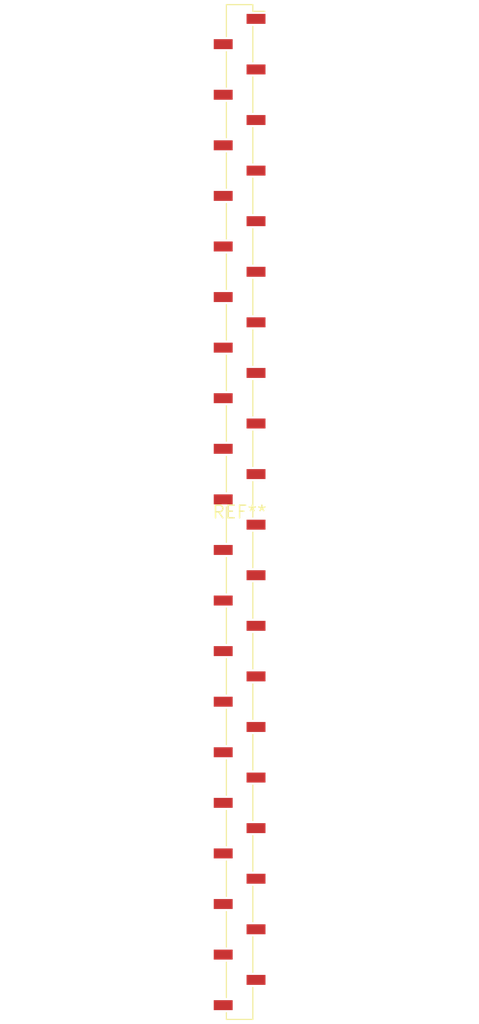
<source format=kicad_pcb>
(kicad_pcb (version 20240108) (generator pcbnew)
  (layers (0 "F.Cu" signal) (31 "B.Cu" signal) (34 "B.Paste" user) (35 "F.Paste" user) (36 "B.SilkS" user "B.Silkscreen") (37 "F.SilkS" user "F.Silkscreen") (38 "B.Mask" user) (39 "F.Mask" user) (44 "Edge.Cuts" user))
  (net 0 "")
  (footprint "PinSocket_1x40_P2.54mm_Vertical_SMD_Pin1Right" (layer "F.Cu") (at 0 0)
    (property "Reference" "REF**")
    (property "Value" "PinSocket_1x40_P2.54mm_Vertical_SMD_Pin1Right")
    (fp_line (start -1.33 -50.96) (end -1.33 -47.75) (layer "F.SilkS") (stroke (width 0.12)))
    (fp_line (start -1.33 -50.96) (end 1.33 -50.96) (layer "F.SilkS") (stroke (width 0.12)))
    (fp_line (start -1.33 -46.23) (end -1.33 -42.67) (layer "F.SilkS") (stroke (width 0.12)))
    (fp_line (start -1.33 -41.15) (end -1.33 -37.59) (layer "F.SilkS") (stroke (width 0.12)))
    (fp_line (start -1.33 -36.07) (end -1.33 -32.51) (layer "F.SilkS") (stroke (width 0.12)))
    (fp_line (start -1.33 -30.99) (end -1.33 -27.43) (layer "F.SilkS") (stroke (width 0.12)))
    (fp_line (start -1.33 -25.91) (end -1.33 -22.35) (layer "F.SilkS") (stroke (width 0.12)))
    (fp_line (start -1.33 -20.83) (end -1.33 -17.27) (layer "F.SilkS") (stroke (width 0.12)))
    (fp_line (start -1.33 -15.75) (end -1.33 -12.19) (layer "F.SilkS") (stroke (width 0.12)))
    (fp_line (start -1.33 -10.67) (end -1.33 -7.11) (layer "F.SilkS") (stroke (width 0.12)))
    (fp_line (start -1.33 -5.59) (end -1.33 -2.03) (layer "F.SilkS") (stroke (width 0.12)))
    (fp_line (start -1.33 -0.51) (end -1.33 3.05) (layer "F.SilkS") (stroke (width 0.12)))
    (fp_line (start -1.33 4.57) (end -1.33 8.13) (layer "F.SilkS") (stroke (width 0.12)))
    (fp_line (start -1.33 9.65) (end -1.33 13.21) (layer "F.SilkS") (stroke (width 0.12)))
    (fp_line (start -1.33 14.73) (end -1.33 18.29) (layer "F.SilkS") (stroke (width 0.12)))
    (fp_line (start -1.33 19.81) (end -1.33 23.37) (layer "F.SilkS") (stroke (width 0.12)))
    (fp_line (start -1.33 24.89) (end -1.33 28.45) (layer "F.SilkS") (stroke (width 0.12)))
    (fp_line (start -1.33 29.97) (end -1.33 33.53) (layer "F.SilkS") (stroke (width 0.12)))
    (fp_line (start -1.33 35.05) (end -1.33 38.61) (layer "F.SilkS") (stroke (width 0.12)))
    (fp_line (start -1.33 40.13) (end -1.33 43.69) (layer "F.SilkS") (stroke (width 0.12)))
    (fp_line (start -1.33 45.21) (end -1.33 48.77) (layer "F.SilkS") (stroke (width 0.12)))
    (fp_line (start -1.33 50.29) (end -1.33 50.96) (layer "F.SilkS") (stroke (width 0.12)))
    (fp_line (start -1.33 50.96) (end 1.33 50.96) (layer "F.SilkS") (stroke (width 0.12)))
    (fp_line (start 1.33 -50.96) (end 1.33 -50.29) (layer "F.SilkS") (stroke (width 0.12)))
    (fp_line (start 1.33 -50.29) (end 2.54 -50.29) (layer "F.SilkS") (stroke (width 0.12)))
    (fp_line (start 1.33 -48.77) (end 1.33 -45.21) (layer "F.SilkS") (stroke (width 0.12)))
    (fp_line (start 1.33 -43.69) (end 1.33 -40.13) (layer "F.SilkS") (stroke (width 0.12)))
    (fp_line (start 1.33 -38.61) (end 1.33 -35.05) (layer "F.SilkS") (stroke (width 0.12)))
    (fp_line (start 1.33 -33.53) (end 1.33 -29.97) (layer "F.SilkS") (stroke (width 0.12)))
    (fp_line (start 1.33 -28.45) (end 1.33 -24.89) (layer "F.SilkS") (stroke (width 0.12)))
    (fp_line (start 1.33 -23.37) (end 1.33 -19.81) (layer "F.SilkS") (stroke (width 0.12)))
    (fp_line (start 1.33 -18.29) (end 1.33 -14.73) (layer "F.SilkS") (stroke (width 0.12)))
    (fp_line (start 1.33 -13.21) (end 1.33 -9.65) (layer "F.SilkS") (stroke (width 0.12)))
    (fp_line (start 1.33 -8.13) (end 1.33 -4.57) (layer "F.SilkS") (stroke (width 0.12)))
    (fp_line (start 1.33 -3.05) (end 1.33 0.51) (layer "F.SilkS") (stroke (width 0.12)))
    (fp_line (start 1.33 2.03) (end 1.33 5.59) (layer "F.SilkS") (stroke (width 0.12)))
    (fp_line (start 1.33 7.11) (end 1.33 10.67) (layer "F.SilkS") (stroke (width 0.12)))
    (fp_line (start 1.33 12.19) (end 1.33 15.75) (layer "F.SilkS") (stroke (width 0.12)))
    (fp_line (start 1.33 17.27) (end 1.33 20.83) (layer "F.SilkS") (stroke (width 0.12)))
    (fp_line (start 1.33 22.35) (end 1.33 25.91) (layer "F.SilkS") (stroke (width 0.12)))
    (fp_line (start 1.33 27.43) (end 1.33 30.99) (layer "F.SilkS") (stroke (width 0.12)))
    (fp_line (start 1.33 32.51) (end 1.33 36.07) (layer "F.SilkS") (stroke (width 0.12)))
    (fp_line (start 1.33 37.59) (end 1.33 41.15) (layer "F.SilkS") (stroke (width 0.12)))
    (fp_line (start 1.33 42.67) (end 1.33 46.23) (layer "F.SilkS") (stroke (width 0.12)))
    (fp_line (start 1.33 47.75) (end 1.33 50.96) (layer "F.SilkS") (stroke (width 0.12)))
    (pad "1" smd rect (at 1.65 -49.53) (size 1.9 1) (layers "F.Cu" "F.Paste" "F.Mask"))
    (pad "2" smd rect (at -1.65 -46.99) (size 1.9 1) (layers "F.Cu" "F.Paste" "F.Mask"))
    (pad "3" smd rect (at 1.65 -44.45) (size 1.9 1) (layers "F.Cu" "F.Paste" "F.Mask"))
    (pad "4" smd rect (at -1.65 -41.91) (size 1.9 1) (layers "F.Cu" "F.Paste" "F.Mask"))
    (pad "5" smd rect (at 1.65 -39.37) (size 1.9 1) (layers "F.Cu" "F.Paste" "F.Mask"))
    (pad "6" smd rect (at -1.65 -36.83) (size 1.9 1) (layers "F.Cu" "F.Paste" "F.Mask"))
    (pad "7" smd rect (at 1.65 -34.29) (size 1.9 1) (layers "F.Cu" "F.Paste" "F.Mask"))
    (pad "8" smd rect (at -1.65 -31.75) (size 1.9 1) (layers "F.Cu" "F.Paste" "F.Mask"))
    (pad "9" smd rect (at 1.65 -29.21) (size 1.9 1) (layers "F.Cu" "F.Paste" "F.Mask"))
    (pad "10" smd rect (at -1.65 -26.67) (size 1.9 1) (layers "F.Cu" "F.Paste" "F.Mask"))
    (pad "11" smd rect (at 1.65 -24.13) (size 1.9 1) (layers "F.Cu" "F.Paste" "F.Mask"))
    (pad "12" smd rect (at -1.65 -21.59) (size 1.9 1) (layers "F.Cu" "F.Paste" "F.Mask"))
    (pad "13" smd rect (at 1.65 -19.05) (size 1.9 1) (layers "F.Cu" "F.Paste" "F.Mask"))
    (pad "14" smd rect (at -1.65 -16.51) (size 1.9 1) (layers "F.Cu" "F.Paste" "F.Mask"))
    (pad "15" smd rect (at 1.65 -13.97) (size 1.9 1) (layers "F.Cu" "F.Paste" "F.Mask"))
    (pad "16" smd rect (at -1.65 -11.43) (size 1.9 1) (layers "F.Cu" "F.Paste" "F.Mask"))
    (pad "17" smd rect (at 1.65 -8.89) (size 1.9 1) (layers "F.Cu" "F.Paste" "F.Mask"))
    (pad "18" smd rect (at -1.65 -6.35) (size 1.9 1) (layers "F.Cu" "F.Paste" "F.Mask"))
    (pad "19" smd rect (at 1.65 -3.81) (size 1.9 1) (layers "F.Cu" "F.Paste" "F.Mask"))
    (pad "20" smd rect (at -1.65 -1.27) (size 1.9 1) (layers "F.Cu" "F.Paste" "F.Mask"))
    (pad "21" smd rect (at 1.65 1.27) (size 1.9 1) (layers "F.Cu" "F.Paste" "F.Mask"))
    (pad "22" smd rect (at -1.65 3.81) (size 1.9 1) (layers "F.Cu" "F.Paste" "F.Mask"))
    (pad "23" smd rect (at 1.65 6.35) (size 1.9 1) (layers "F.Cu" "F.Paste" "F.Mask"))
    (pad "24" smd rect (at -1.65 8.89) (size 1.9 1) (layers "F.Cu" "F.Paste" "F.Mask"))
    (pad "25" smd rect (at 1.65 11.43) (size 1.9 1) (layers "F.Cu" "F.Paste" "F.Mask"))
    (pad "26" smd rect (at -1.65 13.97) (size 1.9 1) (layers "F.Cu" "F.Paste" "F.Mask"))
    (pad "27" smd rect (at 1.65 16.51) (size 1.9 1) (layers "F.Cu" "F.Paste" "F.Mask"))
    (pad "28" smd rect (at -1.65 19.05) (size 1.9 1) (layers "F.Cu" "F.Paste" "F.Mask"))
    (pad "29" smd rect (at 1.65 21.59) (size 1.9 1) (layers "F.Cu" "F.Paste" "F.Mask"))
    (pad "30" smd rect (at -1.65 24.13) (size 1.9 1) (layers "F.Cu" "F.Paste" "F.Mask"))
    (pad "31" smd rect (at 1.65 26.67) (size 1.9 1) (layers "F.Cu" "F.Paste" "F.Mask"))
    (pad "32" smd rect (at -1.65 29.21) (size 1.9 1) (layers "F.Cu" "F.Paste" "F.Mask"))
    (pad "33" smd rect (at 1.65 31.75) (size 1.9 1) (layers "F.Cu" "F.Paste" "F.Mask"))
    (pad "34" smd rect (at -1.65 34.29) (size 1.9 1) (layers "F.Cu" "F.Paste" "F.Mask"))
    (pad "35" smd rect (at 1.65 36.83) (size 1.9 1) (layers "F.Cu" "F.Paste" "F.Mask"))
    (pad "36" smd rect (at -1.65 39.37) (size 1.9 1) (layers "F.Cu" "F.Paste" "F.Mask"))
    (pad "37" smd rect (at 1.65 41.91) (size 1.9 1) (layers "F.Cu" "F.Paste" "F.Mask"))
    (pad "38" smd rect (at -1.65 44.45) (size 1.9 1) (layers "F.Cu" "F.Paste" "F.Mask"))
    (pad "39" smd rect (at 1.65 46.99) (size 1.9 1) (layers "F.Cu" "F.Paste" "F.Mask"))
    (pad "40" smd rect (at -1.65 49.53) (size 1.9 1) (layers "F.Cu" "F.Paste" "F.Mask"))
  )
)
</source>
